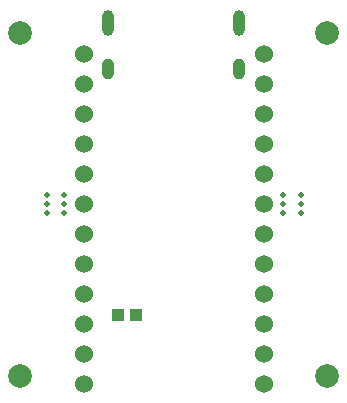
<source format=gbs>
%TF.GenerationSoftware,KiCad,Pcbnew,(5.1.9)-1*%
%TF.CreationDate,2021-01-02T15:49:45+08:00*%
%TF.ProjectId,akami,616b616d-692e-46b6-9963-61645f706362,rev?*%
%TF.SameCoordinates,Original*%
%TF.FileFunction,Soldermask,Bot*%
%TF.FilePolarity,Negative*%
%FSLAX46Y46*%
G04 Gerber Fmt 4.6, Leading zero omitted, Abs format (unit mm)*
G04 Created by KiCad (PCBNEW (5.1.9)-1) date 2021-01-02 15:49:45*
%MOMM*%
%LPD*%
G01*
G04 APERTURE LIST*
%ADD10C,2.000000*%
%ADD11C,0.500000*%
%ADD12C,1.524000*%
%ADD13R,1.000000X1.000000*%
%ADD14O,1.000000X2.200000*%
%ADD15O,1.000000X1.800000*%
G04 APERTURE END LIST*
D10*
%TO.C,REF\u002A\u002A*%
X13000000Y14500000D03*
%TD*%
%TO.C,REF\u002A\u002A*%
X13000000Y-14500000D03*
%TD*%
%TO.C,REF\u002A\u002A*%
X-13000000Y-14500000D03*
%TD*%
%TO.C,REF\u002A\u002A*%
X-13000000Y14500000D03*
%TD*%
D11*
%TO.C,mouse-bite-2mm-slot*%
X-10750000Y0D03*
X-9250000Y0D03*
X-10750000Y750000D03*
X-10750000Y-750000D03*
X-9250000Y-750000D03*
X-9250000Y750000D03*
%TD*%
%TO.C,mouse-bite-2mm-slot*%
X10750000Y750000D03*
X10750000Y-750000D03*
X9250000Y-750000D03*
X9250000Y750000D03*
X10750000Y0D03*
X9250000Y0D03*
%TD*%
D12*
%TO.C,U4*%
X7620000Y12690000D03*
X7620000Y10150000D03*
X7620000Y7610000D03*
X7620000Y5070000D03*
X7620000Y2530000D03*
X7620000Y-10000D03*
X7620000Y-2550000D03*
X7620000Y-5090000D03*
X7620000Y-7630000D03*
X7620000Y-10170000D03*
X7620000Y-12710000D03*
X7620000Y-15250000D03*
X-7620000Y-15250000D03*
X-7620000Y-12710000D03*
X-7620000Y-10170000D03*
X-7620000Y-7630000D03*
X-7620000Y-5090000D03*
X-7620000Y-2550000D03*
X-7620000Y-10000D03*
X-7620000Y2530000D03*
X-7620000Y5070000D03*
X-7620000Y7610000D03*
X-7620000Y10150000D03*
X-7620000Y12690000D03*
%TD*%
D13*
%TO.C,TP1*%
X-3170000Y-9400000D03*
%TD*%
%TO.C,TP2*%
X-4680000Y-9400000D03*
%TD*%
D14*
%TO.C,J1*%
X-5575000Y15373200D03*
X5575600Y15373200D03*
D15*
X5575600Y11473200D03*
X-5575000Y11473200D03*
%TD*%
M02*

</source>
